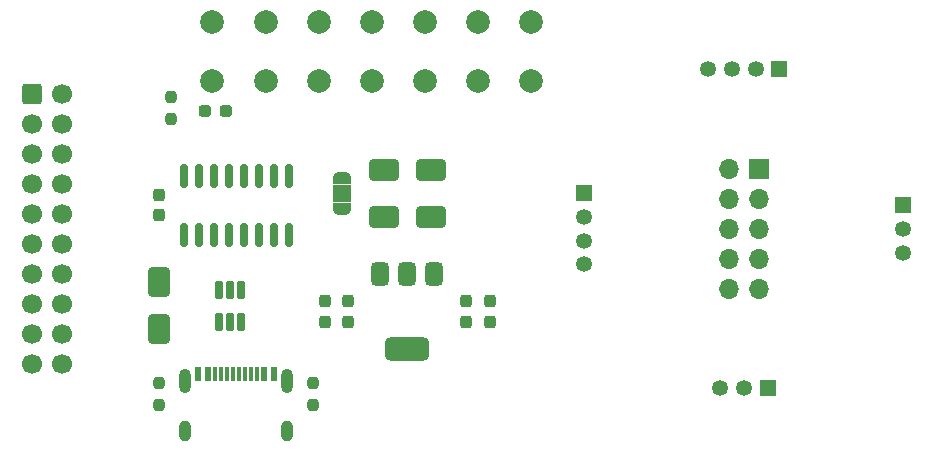
<source format=gbr>
%TF.GenerationSoftware,KiCad,Pcbnew,9.0.2-9.0.2-0~ubuntu24.04.1*%
%TF.CreationDate,2025-07-11T12:15:57+05:30*%
%TF.ProjectId,Programmer_rev01,50726f67-7261-46d6-9d65-725f72657630,rev?*%
%TF.SameCoordinates,Original*%
%TF.FileFunction,Soldermask,Top*%
%TF.FilePolarity,Negative*%
%FSLAX46Y46*%
G04 Gerber Fmt 4.6, Leading zero omitted, Abs format (unit mm)*
G04 Created by KiCad (PCBNEW 9.0.2-9.0.2-0~ubuntu24.04.1) date 2025-07-11 12:15:57*
%MOMM*%
%LPD*%
G01*
G04 APERTURE LIST*
G04 Aperture macros list*
%AMRoundRect*
0 Rectangle with rounded corners*
0 $1 Rounding radius*
0 $2 $3 $4 $5 $6 $7 $8 $9 X,Y pos of 4 corners*
0 Add a 4 corners polygon primitive as box body*
4,1,4,$2,$3,$4,$5,$6,$7,$8,$9,$2,$3,0*
0 Add four circle primitives for the rounded corners*
1,1,$1+$1,$2,$3*
1,1,$1+$1,$4,$5*
1,1,$1+$1,$6,$7*
1,1,$1+$1,$8,$9*
0 Add four rect primitives between the rounded corners*
20,1,$1+$1,$2,$3,$4,$5,0*
20,1,$1+$1,$4,$5,$6,$7,0*
20,1,$1+$1,$6,$7,$8,$9,0*
20,1,$1+$1,$8,$9,$2,$3,0*%
%AMFreePoly0*
4,1,23,0.550000,-0.750000,0.000000,-0.750000,0.000000,-0.745722,-0.065263,-0.745722,-0.191342,-0.711940,-0.304381,-0.646677,-0.396677,-0.554381,-0.461940,-0.441342,-0.495722,-0.315263,-0.495722,-0.250000,-0.500000,-0.250000,-0.500000,0.250000,-0.495722,0.250000,-0.495722,0.315263,-0.461940,0.441342,-0.396677,0.554381,-0.304381,0.646677,-0.191342,0.711940,-0.065263,0.745722,0.000000,0.745722,
0.000000,0.750000,0.550000,0.750000,0.550000,-0.750000,0.550000,-0.750000,$1*%
%AMFreePoly1*
4,1,23,0.000000,0.745722,0.065263,0.745722,0.191342,0.711940,0.304381,0.646677,0.396677,0.554381,0.461940,0.441342,0.495722,0.315263,0.495722,0.250000,0.500000,0.250000,0.500000,-0.250000,0.495722,-0.250000,0.495722,-0.315263,0.461940,-0.441342,0.396677,-0.554381,0.304381,-0.646677,0.191342,-0.711940,0.065263,-0.745722,0.000000,-0.745722,0.000000,-0.750000,-0.550000,-0.750000,
-0.550000,0.750000,0.000000,0.750000,0.000000,0.745722,0.000000,0.745722,$1*%
G04 Aperture macros list end*
%ADD10FreePoly0,270.000000*%
%ADD11R,1.500000X1.000000*%
%ADD12FreePoly1,270.000000*%
%ADD13RoundRect,0.250000X-1.000000X-0.650000X1.000000X-0.650000X1.000000X0.650000X-1.000000X0.650000X0*%
%ADD14RoundRect,0.250000X-0.650000X1.000000X-0.650000X-1.000000X0.650000X-1.000000X0.650000X1.000000X0*%
%ADD15RoundRect,0.237500X-0.287500X-0.237500X0.287500X-0.237500X0.287500X0.237500X-0.287500X0.237500X0*%
%ADD16C,2.000000*%
%ADD17C,1.350000*%
%ADD18R,1.350000X1.350000*%
%ADD19O,1.000000X1.800000*%
%ADD20O,1.000000X2.100000*%
%ADD21R,0.600000X1.240000*%
%ADD22R,0.300000X1.240000*%
%ADD23RoundRect,0.237500X-0.237500X0.250000X-0.237500X-0.250000X0.237500X-0.250000X0.237500X0.250000X0*%
%ADD24RoundRect,0.150000X0.150000X-0.825000X0.150000X0.825000X-0.150000X0.825000X-0.150000X-0.825000X0*%
%ADD25RoundRect,0.375000X-0.375000X0.625000X-0.375000X-0.625000X0.375000X-0.625000X0.375000X0.625000X0*%
%ADD26RoundRect,0.500000X-1.400000X0.500000X-1.400000X-0.500000X1.400000X-0.500000X1.400000X0.500000X0*%
%ADD27RoundRect,0.162500X0.162500X-0.617500X0.162500X0.617500X-0.162500X0.617500X-0.162500X-0.617500X0*%
%ADD28RoundRect,0.237500X0.237500X-0.250000X0.237500X0.250000X-0.237500X0.250000X-0.237500X-0.250000X0*%
%ADD29R,1.700000X1.700000*%
%ADD30O,1.700000X1.700000*%
%ADD31RoundRect,0.250000X-0.600000X-0.600000X0.600000X-0.600000X0.600000X0.600000X-0.600000X0.600000X0*%
%ADD32C,1.700000*%
%ADD33RoundRect,0.237500X-0.237500X0.300000X-0.237500X-0.300000X0.237500X-0.300000X0.237500X0.300000X0*%
G04 APERTURE END LIST*
%TO.C,JP1*%
G36*
X81250000Y-96250000D02*
G01*
X79750000Y-96250000D01*
X79750000Y-97750000D01*
X81250000Y-97750000D01*
X81250000Y-96250000D01*
G37*
%TD*%
D10*
%TO.C,JP1*%
X80500000Y-95700000D03*
D11*
X80500000Y-97000000D03*
D12*
X80500000Y-98300000D03*
%TD*%
D13*
%TO.C,D4*%
X84000000Y-99000000D03*
X88000000Y-99000000D03*
%TD*%
%TO.C,D3*%
X84000000Y-95000000D03*
X88000000Y-95000000D03*
%TD*%
D14*
%TO.C,D2*%
X65000000Y-104500000D03*
X65000000Y-108500000D03*
%TD*%
D15*
%TO.C,D1*%
X70625000Y-90000000D03*
X68875000Y-90000000D03*
%TD*%
D16*
%TO.C,TP11*%
X74000000Y-82500000D03*
%TD*%
D17*
%TO.C,J4*%
X112500000Y-113500000D03*
X114500000Y-113500000D03*
D18*
X116500000Y-113500000D03*
%TD*%
D17*
%TO.C,J3*%
X128000000Y-102000000D03*
X128000000Y-100000000D03*
D18*
X128000000Y-98000000D03*
%TD*%
D17*
%TO.C,J5*%
X111500000Y-86500000D03*
X113500000Y-86500000D03*
X115500000Y-86500000D03*
D18*
X117500000Y-86500000D03*
%TD*%
D17*
%TO.C,J2*%
X101000000Y-103000000D03*
X101000000Y-101000000D03*
X101000000Y-99000000D03*
D18*
X101000000Y-97000000D03*
%TD*%
D19*
%TO.C,J7*%
X75820000Y-117075000D03*
D20*
X75820000Y-112875000D03*
D19*
X67180000Y-117075000D03*
D20*
X67180000Y-112875000D03*
D21*
X68300000Y-112275000D03*
X69100000Y-112275000D03*
D22*
X69750000Y-112275000D03*
X70750000Y-112275000D03*
X72250000Y-112275000D03*
X73250000Y-112275000D03*
D21*
X73900000Y-112275000D03*
X74700000Y-112275000D03*
X74700000Y-112275000D03*
X73900000Y-112275000D03*
D22*
X72750000Y-112275000D03*
X71750000Y-112275000D03*
X71250000Y-112275000D03*
X70250000Y-112275000D03*
D21*
X69100000Y-112275000D03*
X68300000Y-112275000D03*
%TD*%
D23*
%TO.C,R3*%
X66000000Y-88837500D03*
X66000000Y-90662500D03*
%TD*%
D24*
%TO.C,U3*%
X67055000Y-100475000D03*
X68325000Y-100475000D03*
X69595000Y-100475000D03*
X70865000Y-100475000D03*
X72135000Y-100475000D03*
X73405000Y-100475000D03*
X74675000Y-100475000D03*
X75945000Y-100475000D03*
X75945000Y-95525000D03*
X74675000Y-95525000D03*
X73405000Y-95525000D03*
X72135000Y-95525000D03*
X70865000Y-95525000D03*
X69595000Y-95525000D03*
X68325000Y-95525000D03*
X67055000Y-95525000D03*
%TD*%
D25*
%TO.C,U2*%
X88300000Y-103850000D03*
X86000000Y-103850000D03*
D26*
X86000000Y-110150000D03*
D25*
X83700000Y-103850000D03*
%TD*%
D27*
%TO.C,U1*%
X70050000Y-107850000D03*
X71000000Y-107850000D03*
X71950000Y-107850000D03*
X71950000Y-105150000D03*
X71000000Y-105150000D03*
X70050000Y-105150000D03*
%TD*%
D16*
%TO.C,TP14*%
X96500000Y-87500000D03*
%TD*%
%TO.C,TP13*%
X78500000Y-82500000D03*
%TD*%
%TO.C,TP12*%
X78500000Y-87500000D03*
%TD*%
%TO.C,TP10*%
X92000000Y-82500000D03*
%TD*%
%TO.C,TP9*%
X92000000Y-87500000D03*
%TD*%
%TO.C,TP8*%
X96500000Y-82500000D03*
%TD*%
%TO.C,TP7*%
X83000000Y-82500000D03*
%TD*%
%TO.C,TP6*%
X83000000Y-87500000D03*
%TD*%
%TO.C,TP5*%
X87500000Y-82500000D03*
%TD*%
%TO.C,TP4*%
X87500000Y-87500000D03*
%TD*%
%TO.C,TP3*%
X69500000Y-87500000D03*
%TD*%
%TO.C,TP2*%
X74000000Y-87500000D03*
%TD*%
%TO.C,TP1*%
X69500000Y-82500000D03*
%TD*%
D28*
%TO.C,R2*%
X78000000Y-114912500D03*
X78000000Y-113087500D03*
%TD*%
%TO.C,R1*%
X65000000Y-114912500D03*
X65000000Y-113087500D03*
%TD*%
D29*
%TO.C,J6*%
X115800000Y-94900000D03*
D30*
X113260000Y-94900000D03*
X115800000Y-97440000D03*
X113260000Y-97440000D03*
X115800000Y-99980000D03*
X113260000Y-99980000D03*
X115800000Y-102520000D03*
X113260000Y-102520000D03*
X115800000Y-105060000D03*
X113260000Y-105060000D03*
%TD*%
D31*
%TO.C,J1*%
X54247500Y-88570000D03*
D32*
X56787500Y-88570000D03*
X54247500Y-91110000D03*
X56787500Y-91110000D03*
X54247500Y-93650000D03*
X56787500Y-93650000D03*
X54247500Y-96190000D03*
X56787500Y-96190000D03*
X54247500Y-98730000D03*
X56787500Y-98730000D03*
X54247500Y-101270000D03*
X56787500Y-101270000D03*
X54247500Y-103810000D03*
X56787500Y-103810000D03*
X54247500Y-106350000D03*
X56787500Y-106350000D03*
X54247500Y-108890000D03*
X56787500Y-108890000D03*
X54247500Y-111430000D03*
X56787500Y-111430000D03*
%TD*%
D33*
%TO.C,C5*%
X65000000Y-97137500D03*
X65000000Y-98862500D03*
%TD*%
%TO.C,C4*%
X93000000Y-106137500D03*
X93000000Y-107862500D03*
%TD*%
%TO.C,C3*%
X91000000Y-106137500D03*
X91000000Y-107862500D03*
%TD*%
%TO.C,C2*%
X79000000Y-106137500D03*
X79000000Y-107862500D03*
%TD*%
%TO.C,C1*%
X81000000Y-106137500D03*
X81000000Y-107862500D03*
%TD*%
M02*

</source>
